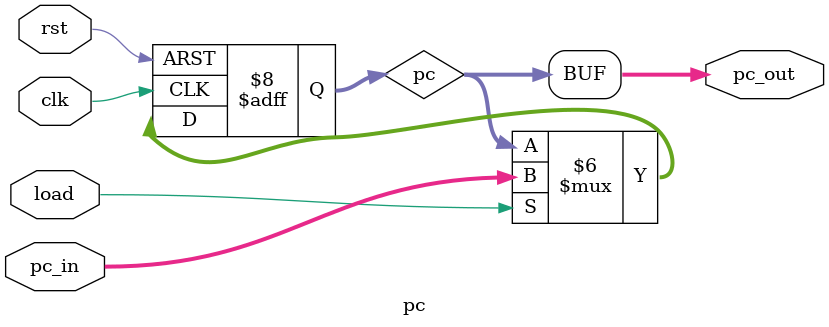
<source format=sv>
module pc(
	input clk,
	input rst,
	input load,
	input [31:0] pc_in,
	output [31:0] pc_out
	);
	
	logic [31:0] pc;
	logic [31:0] pc_temp;
	
	always_ff @(posedge clk) begin
	
		pc_temp <= pc;
			
	end
	
	always_ff @(negedge clk, negedge rst) begin
	
		if (rst == 0)
			pc <= 0;
		else if (load == 1)	 
			pc <= pc_in;
		else
			pc <= pc;
	
	end
			
	//assign pc_out = pc_temp;
	assign pc_out = pc;
	
endmodule 
</source>
